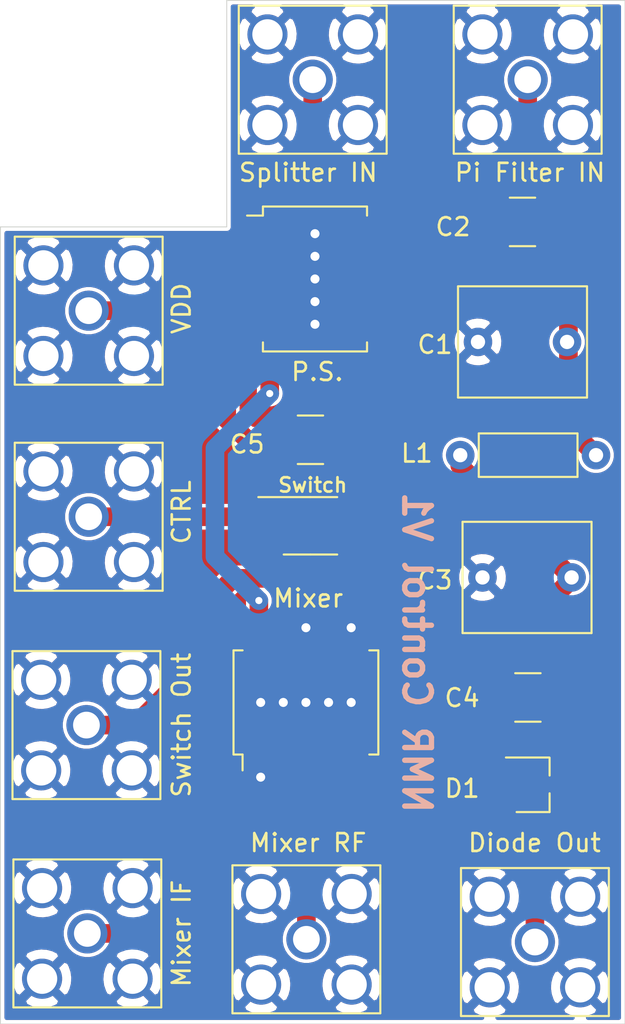
<source format=kicad_pcb>
(kicad_pcb (version 20171130) (host pcbnew "(5.1.7)-1")
  (layers (0 F.Cu signal hide) (31 B.Cu signal hide) (34 B.Paste user) (35 F.Paste user) (36 B.SilkS user) (37 F.SilkS user) (38 B.Mask user) (39 F.Mask user) (44 Edge.Cuts user))
  (net 0 "")
  (net 1 "Net-(C1-Pad1)")
  (net 2 GND)
  (net 3 "Net-(C3-Pad1)")
  (net 4 "Net-(J1-Pad1)")
  (net 5 "Net-(J2-Pad1)")
  (net 6 "Net-(J3-Pad1)")
  (net 7 "Net-(J5-Pad1)")
  (net 8 "Net-(J6-Pad1)")
  (net 9 "Net-(U1-Pad2)")
  (net 10 "Net-(U1-Pad3)")
  (net 11 "Net-(U1-Pad4)")
  (net 12 "Net-(U1-Pad5)")
  (net 13 "Net-(C5-Pad1)")
  (module RF_Mini-Circuits:Mini-Circuits_CD542_LandPatternPL-052 (layer F.Cu) (at 100.965 102.87 90)
    (fp_text reference Mixer (at 5.842 0.127 180) (layer F.SilkS))
    (fp_text value ADE-6)
    (fp_line (start 2.921 -3.556) (end 2.921 -4.064) (layer F.SilkS) (width 0.12))
    (fp_line (start 2.921 -4.064) (end -2.921 -4.064) (layer F.SilkS) (width 0.12))
    (fp_line (start -2.921 -4.064) (end -2.921 -3.556) (layer F.SilkS) (width 0.12))
    (fp_line (start -2.921 -3.556) (end -3.81 -3.556) (layer F.SilkS) (width 0.12))
    (fp_line (start -2.921 3.556) (end -2.921 4.064) (layer F.SilkS) (width 0.12))
    (fp_line (start -2.921 4.064) (end 2.921 4.064) (layer F.SilkS) (width 0.12))
    (fp_line (start 2.921 4.064) (end 2.921 3.556) (layer F.SilkS) (width 0.12))
    (pad 1 smd rect (at 0 0 90) (size 1.27 6.731) (layers F.Cu) (net 2 GND))
    (pad 1 thru_hole circle (at 0 2.54 90) (size 1.016 1.016) (drill 0.508) (layers *.Cu) (net 2 GND))
    (pad 1 thru_hole circle (at 0 1.27 90) (size 1.016 1.016) (drill 0.508) (layers *.Cu) (net 2 GND))
    (pad 1 thru_hole circle (at 0 0 90) (size 1.016 1.016) (drill 0.508) (layers *.Cu) (net 2 GND))
    (pad 1 thru_hole circle (at 0 -1.27 90) (size 1.016 1.016) (drill 0.508) (layers *.Cu) (net 2 GND))
    (pad 1 thru_hole circle (at 0 -2.54 90) (size 1.016 1.016) (drill 0.508) (layers *.Cu) (net 2 GND))
    (pad 1 smd rect (at -2.032 -2.54 90) (size 5.334 1.651) (layers F.Cu) (net 2 GND))
    (pad 4 thru_hole circle (at 4.191 2.54 90) (size 1.016 1.016) (drill 0.508) (layers *.Cu) (net 2 GND))
    (pad 5 thru_hole circle (at 4.191 0 90) (size 1.016 1.016) (drill 0.508) (layers *.Cu) (net 2 GND))
    (pad 1 thru_hole circle (at -4.191 -2.54 90) (size 1.016 1.016) (drill 0.508) (layers *.Cu) (net 2 GND))
    (pad 4 smd rect (at 2.54 2.54 90) (size 2.54 1.651) (layers F.Cu F.Paste F.Mask) (net 2 GND))
    (pad 5 smd rect (at 2.54 0 90) (size 2.54 1.651) (layers F.Cu F.Paste F.Mask) (net 2 GND))
    (pad 6 smd rect (at 2.54 -2.54 90) (size 2.54 1.651) (layers F.Cu F.Paste F.Mask) (net 10 "Net-(U1-Pad3)") (clearance 0.635))
    (pad 3 smd rect (at -2.54 2.54 90) (size 2.54 1.651) (layers F.Cu F.Paste F.Mask) (net 6 "Net-(J3-Pad1)") (clearance 0.635))
    (pad 2 smd rect (at -2.54 0 90) (size 2.54 1.651) (layers F.Cu F.Paste F.Mask) (net 7 "Net-(J5-Pad1)") (clearance 0.635))
    (pad 1 smd rect (at -2.54 -2.54 90) (size 2.54 1.651) (layers F.Cu F.Paste F.Mask) (net 2 GND))
    (pad 4 smd rect (at 2.032 1.27 90) (size 5.334 4.191) (layers F.Cu) (net 2 GND))
  )
  (module Capacitor_SMD:C_1210_3225Metric_Pad1.33x2.70mm_HandSolder (layer F.Cu) (at 101.219 88.138)
    (fp_text reference C5 (at -3.556 0.254) (layer F.SilkS))
    (fp_text value C)
    (fp_line (start -0.711252 -1.36) (end 0.711252 -1.36) (layer F.SilkS) (width 0.12))
    (fp_line (start -0.711252 1.36) (end 0.711252 1.36) (layer F.SilkS) (width 0.12))
    (pad 2 smd roundrect (at 1.5625 0) (size 1.325 2.7) (layers F.Cu F.Paste F.Mask) (roundrect_rratio 0.188679) (net 2 GND))
    (pad 1 smd roundrect (at -1.5625 0) (size 1.325 2.7) (layers F.Cu F.Paste F.Mask) (roundrect_rratio 0.188679) (net 13 "Net-(C5-Pad1)"))
  )
  (module Capacitor_THT:C_Rect_L7.0mm_W6.0mm_P5.00mm (layer F.Cu) (at 115.6208 82.6516 180)
    (fp_text reference C1 (at 7.4168 -0.1524) (layer F.SilkS))
    (fp_text value CTRIM)
    (fp_line (start -1.12 -3.12) (end 6.12 -3.12) (layer F.SilkS) (width 0.12))
    (fp_line (start -1.12 3.12) (end 6.12 3.12) (layer F.SilkS) (width 0.12))
    (fp_line (start -1.12 -3.12) (end -1.12 3.12) (layer F.SilkS) (width 0.12))
    (fp_line (start 6.12 -3.12) (end 6.12 3.12) (layer F.SilkS) (width 0.12))
    (pad 1 thru_hole circle (at 0 0 180) (size 1.6 1.6) (drill 0.8) (layers *.Cu *.Mask) (net 1 "Net-(C1-Pad1)"))
    (pad 2 thru_hole circle (at 5 0 180) (size 1.6 1.6) (drill 0.8) (layers *.Cu *.Mask) (net 2 GND))
  )
  (module Capacitor_SMD:C_1210_3225Metric_Pad1.33x2.70mm_HandSolder (layer F.Cu) (at 113.1193 75.9206 180)
    (fp_text reference C2 (at 3.8993 -0.2794) (layer F.SilkS))
    (fp_text value C)
    (fp_line (start -0.711252 1.36) (end 0.711252 1.36) (layer F.SilkS) (width 0.12))
    (fp_line (start -0.711252 -1.36) (end 0.711252 -1.36) (layer F.SilkS) (width 0.12))
    (pad 2 smd roundrect (at 1.5625 0 180) (size 1.325 2.7) (layers F.Cu F.Paste F.Mask) (roundrect_rratio 0.188679) (net 2 GND))
    (pad 1 smd roundrect (at -1.5625 0 180) (size 1.325 2.7) (layers F.Cu F.Paste F.Mask) (roundrect_rratio 0.188679) (net 1 "Net-(C1-Pad1)"))
  )
  (module Capacitor_THT:C_Rect_L7.0mm_W6.0mm_P5.00mm (layer F.Cu) (at 115.8748 95.8596 180)
    (fp_text reference C3 (at 7.6708 -0.1524) (layer F.SilkS))
    (fp_text value CTRIM)
    (fp_line (start 6.12 -3.12) (end 6.12 3.12) (layer F.SilkS) (width 0.12))
    (fp_line (start -1.12 -3.12) (end -1.12 3.12) (layer F.SilkS) (width 0.12))
    (fp_line (start -1.12 3.12) (end 6.12 3.12) (layer F.SilkS) (width 0.12))
    (fp_line (start -1.12 -3.12) (end 6.12 -3.12) (layer F.SilkS) (width 0.12))
    (pad 2 thru_hole circle (at 5 0 180) (size 1.6 1.6) (drill 0.8) (layers *.Cu *.Mask) (net 2 GND))
    (pad 1 thru_hole circle (at 0 0 180) (size 1.6 1.6) (drill 0.8) (layers *.Cu *.Mask) (net 3 "Net-(C3-Pad1)"))
  )
  (module Capacitor_SMD:C_1210_3225Metric_Pad1.33x2.70mm_HandSolder (layer F.Cu) (at 113.4233 102.5906 180)
    (fp_text reference C4 (at 3.6953 -0.0254) (layer F.SilkS))
    (fp_text value C)
    (fp_line (start -0.711252 -1.36) (end 0.711252 -1.36) (layer F.SilkS) (width 0.12))
    (fp_line (start -0.711252 1.36) (end 0.711252 1.36) (layer F.SilkS) (width 0.12))
    (pad 1 smd roundrect (at -1.5625 0 180) (size 1.325 2.7) (layers F.Cu F.Paste F.Mask) (roundrect_rratio 0.188679) (net 3 "Net-(C3-Pad1)"))
    (pad 2 smd roundrect (at 1.5625 0 180) (size 1.325 2.7) (layers F.Cu F.Paste F.Mask) (roundrect_rratio 0.188679) (net 2 GND))
  )
  (module Package_TO_SOT_SMD:TSOT-23_HandSoldering (layer F.Cu) (at 113.6904 107.4674)
    (fp_text reference D1 (at -3.9624 0.2286) (layer F.SilkS))
    (fp_text value D_Schottky_x2_Serial_AKC)
    (fp_line (start 0.95 0.5) (end 0.95 1.55) (layer F.SilkS) (width 0.12))
    (fp_line (start 0.95 1.55) (end -0.9 1.55) (layer F.SilkS) (width 0.12))
    (fp_line (start 0.95 -1.5) (end 0.95 -0.5) (layer F.SilkS) (width 0.12))
    (fp_line (start 0.93 -1.51) (end -1.5 -1.51) (layer F.SilkS) (width 0.12))
    (pad 1 smd rect (at -1.71 -0.95) (size 2 0.65) (layers F.Cu F.Paste F.Mask) (net 2 GND))
    (pad 2 smd rect (at -1.71 0.95) (size 2 0.65) (layers F.Cu F.Paste F.Mask) (net 2 GND))
    (pad 3 smd rect (at 1.71 0) (size 2 0.65) (layers F.Cu F.Paste F.Mask) (net 3 "Net-(C3-Pad1)"))
  )
  (module Connector_Coaxial:SMA_Amphenol_132203-12_Horizontal (layer F.Cu) (at 101.346 67.945)
    (fp_text reference "Splitter IN" (at -0.254 5.207 180) (layer F.SilkS))
    (fp_text value Conn_Coaxial)
    (fp_line (start -4.15 -4.15) (end 4.15 -4.15) (layer F.SilkS) (width 0.12))
    (fp_line (start -4.15 4.15) (end 4.15 4.15) (layer F.SilkS) (width 0.12))
    (fp_line (start 4.15 -4.15) (end 4.15 4.15) (layer F.SilkS) (width 0.12))
    (fp_line (start -4.15 -4.15) (end -4.15 4.15) (layer F.SilkS) (width 0.12))
    (pad 2 thru_hole circle (at -2.54 2.54) (size 2.25 2.25) (drill 1.7) (layers *.Cu *.Mask) (net 2 GND))
    (pad 2 thru_hole circle (at -2.54 -2.54) (size 2.25 2.25) (drill 1.7) (layers *.Cu *.Mask) (net 2 GND))
    (pad 2 thru_hole circle (at 2.54 -2.54) (size 2.25 2.25) (drill 1.7) (layers *.Cu *.Mask) (net 2 GND))
    (pad 2 thru_hole circle (at 2.54 2.54 90) (size 2.25 2.25) (drill 1.7) (layers *.Cu *.Mask) (net 2 GND))
    (pad 1 thru_hole circle (at 0 0) (size 2.25 2.25) (drill 1.5) (layers *.Cu *.Mask) (net 4 "Net-(J1-Pad1)"))
  )
  (module Connector_Coaxial:SMA_Amphenol_132203-12_Horizontal (layer F.Cu) (at 88.773 92.456 90)
    (fp_text reference CTRL (at 0.254 5.207 -90) (layer F.SilkS))
    (fp_text value Conn_Coaxial)
    (fp_line (start -4.15 -4.15) (end 4.15 -4.15) (layer F.SilkS) (width 0.12))
    (fp_line (start -4.15 4.15) (end 4.15 4.15) (layer F.SilkS) (width 0.12))
    (fp_line (start 4.15 -4.15) (end 4.15 4.15) (layer F.SilkS) (width 0.12))
    (fp_line (start -4.15 -4.15) (end -4.15 4.15) (layer F.SilkS) (width 0.12))
    (pad 2 thru_hole circle (at -2.54 2.54 90) (size 2.25 2.25) (drill 1.7) (layers *.Cu *.Mask) (net 2 GND))
    (pad 2 thru_hole circle (at -2.54 -2.54 90) (size 2.25 2.25) (drill 1.7) (layers *.Cu *.Mask) (net 2 GND))
    (pad 2 thru_hole circle (at 2.54 -2.54 90) (size 2.25 2.25) (drill 1.7) (layers *.Cu *.Mask) (net 2 GND))
    (pad 2 thru_hole circle (at 2.54 2.54 180) (size 2.25 2.25) (drill 1.7) (layers *.Cu *.Mask) (net 2 GND))
    (pad 1 thru_hole circle (at 0 0 90) (size 2.25 2.25) (drill 1.5) (layers *.Cu *.Mask) (net 5 "Net-(J2-Pad1)"))
  )
  (module Connector_Coaxial:SMA_Amphenol_132203-12_Horizontal (layer F.Cu) (at 100.9904 116.1542 180)
    (fp_text reference "Mixer RF" (at -0.1016 5.4102 180) (layer F.SilkS))
    (fp_text value Conn_Coaxial)
    (fp_line (start -4.15 -4.15) (end -4.15 4.15) (layer F.SilkS) (width 0.12))
    (fp_line (start 4.15 -4.15) (end 4.15 4.15) (layer F.SilkS) (width 0.12))
    (fp_line (start -4.15 4.15) (end 4.15 4.15) (layer F.SilkS) (width 0.12))
    (fp_line (start -4.15 -4.15) (end 4.15 -4.15) (layer F.SilkS) (width 0.12))
    (pad 1 thru_hole circle (at 0 0 180) (size 2.25 2.25) (drill 1.5) (layers *.Cu *.Mask) (net 6 "Net-(J3-Pad1)"))
    (pad 2 thru_hole circle (at 2.54 2.54 270) (size 2.25 2.25) (drill 1.7) (layers *.Cu *.Mask) (net 2 GND))
    (pad 2 thru_hole circle (at 2.54 -2.54 180) (size 2.25 2.25) (drill 1.7) (layers *.Cu *.Mask) (net 2 GND))
    (pad 2 thru_hole circle (at -2.54 -2.54 180) (size 2.25 2.25) (drill 1.7) (layers *.Cu *.Mask) (net 2 GND))
    (pad 2 thru_hole circle (at -2.54 2.54 180) (size 2.25 2.25) (drill 1.7) (layers *.Cu *.Mask) (net 2 GND))
  )
  (module Connector_Coaxial:SMA_Amphenol_132203-12_Horizontal (layer F.Cu) (at 88.773 80.899 90)
    (fp_text reference VDD (at 0.127 5.207 -90) (layer F.SilkS))
    (fp_text value Conn_Coaxial)
    (fp_line (start -4.15 -4.15) (end -4.15 4.15) (layer F.SilkS) (width 0.12))
    (fp_line (start 4.15 -4.15) (end 4.15 4.15) (layer F.SilkS) (width 0.12))
    (fp_line (start -4.15 4.15) (end 4.15 4.15) (layer F.SilkS) (width 0.12))
    (fp_line (start -4.15 -4.15) (end 4.15 -4.15) (layer F.SilkS) (width 0.12))
    (pad 1 thru_hole circle (at 0 0 90) (size 2.25 2.25) (drill 1.5) (layers *.Cu *.Mask) (net 13 "Net-(C5-Pad1)"))
    (pad 2 thru_hole circle (at 2.54 2.54 180) (size 2.25 2.25) (drill 1.7) (layers *.Cu *.Mask) (net 2 GND))
    (pad 2 thru_hole circle (at 2.54 -2.54 90) (size 2.25 2.25) (drill 1.7) (layers *.Cu *.Mask) (net 2 GND))
    (pad 2 thru_hole circle (at -2.54 -2.54 90) (size 2.25 2.25) (drill 1.7) (layers *.Cu *.Mask) (net 2 GND))
    (pad 2 thru_hole circle (at -2.54 2.54 90) (size 2.25 2.25) (drill 1.7) (layers *.Cu *.Mask) (net 2 GND))
  )
  (module Connector_Coaxial:SMA_Amphenol_132203-12_Horizontal (layer F.Cu) (at 88.6968 115.824 90)
    (fp_text reference "Mixer IF" (at 0 5.2832 -90) (layer F.SilkS))
    (fp_text value Conn_Coaxial)
    (fp_line (start -4.15 -4.15) (end -4.15 4.15) (layer F.SilkS) (width 0.12))
    (fp_line (start 4.15 -4.15) (end 4.15 4.15) (layer F.SilkS) (width 0.12))
    (fp_line (start -4.15 4.15) (end 4.15 4.15) (layer F.SilkS) (width 0.12))
    (fp_line (start -4.15 -4.15) (end 4.15 -4.15) (layer F.SilkS) (width 0.12))
    (pad 1 thru_hole circle (at 0 0 90) (size 2.25 2.25) (drill 1.5) (layers *.Cu *.Mask) (net 7 "Net-(J5-Pad1)"))
    (pad 2 thru_hole circle (at 2.54 2.54 180) (size 2.25 2.25) (drill 1.7) (layers *.Cu *.Mask) (net 2 GND))
    (pad 2 thru_hole circle (at 2.54 -2.54 90) (size 2.25 2.25) (drill 1.7) (layers *.Cu *.Mask) (net 2 GND))
    (pad 2 thru_hole circle (at -2.54 -2.54 90) (size 2.25 2.25) (drill 1.7) (layers *.Cu *.Mask) (net 2 GND))
    (pad 2 thru_hole circle (at -2.54 2.54 90) (size 2.25 2.25) (drill 1.7) (layers *.Cu *.Mask) (net 2 GND))
  )
  (module Connector_Coaxial:SMA_Amphenol_132203-12_Horizontal (layer F.Cu) (at 88.646 104.14 90)
    (fp_text reference "Switch Out" (at 0 5.334 -90) (layer F.SilkS))
    (fp_text value Conn_Coaxial)
    (fp_line (start -4.15 -4.15) (end 4.15 -4.15) (layer F.SilkS) (width 0.12))
    (fp_line (start -4.15 4.15) (end 4.15 4.15) (layer F.SilkS) (width 0.12))
    (fp_line (start 4.15 -4.15) (end 4.15 4.15) (layer F.SilkS) (width 0.12))
    (fp_line (start -4.15 -4.15) (end -4.15 4.15) (layer F.SilkS) (width 0.12))
    (pad 2 thru_hole circle (at -2.54 2.54 90) (size 2.25 2.25) (drill 1.7) (layers *.Cu *.Mask) (net 2 GND))
    (pad 2 thru_hole circle (at -2.54 -2.54 90) (size 2.25 2.25) (drill 1.7) (layers *.Cu *.Mask) (net 2 GND))
    (pad 2 thru_hole circle (at 2.54 -2.54 90) (size 2.25 2.25) (drill 1.7) (layers *.Cu *.Mask) (net 2 GND))
    (pad 2 thru_hole circle (at 2.54 2.54 180) (size 2.25 2.25) (drill 1.7) (layers *.Cu *.Mask) (net 2 GND))
    (pad 1 thru_hole circle (at 0 0 90) (size 2.25 2.25) (drill 1.5) (layers *.Cu *.Mask) (net 8 "Net-(J6-Pad1)"))
  )
  (module Connector_Coaxial:SMA_Amphenol_132203-12_Horizontal (layer F.Cu) (at 113.411 67.945)
    (fp_text reference "Pi Filter IN" (at 0.127 5.207 -180) (layer F.SilkS))
    (fp_text value Conn_Coaxial)
    (fp_line (start -4.15 -4.15) (end 4.15 -4.15) (layer F.SilkS) (width 0.12))
    (fp_line (start -4.15 4.15) (end 4.15 4.15) (layer F.SilkS) (width 0.12))
    (fp_line (start 4.15 -4.15) (end 4.15 4.15) (layer F.SilkS) (width 0.12))
    (fp_line (start -4.15 -4.15) (end -4.15 4.15) (layer F.SilkS) (width 0.12))
    (pad 2 thru_hole circle (at -2.54 2.54) (size 2.25 2.25) (drill 1.7) (layers *.Cu *.Mask) (net 2 GND))
    (pad 2 thru_hole circle (at -2.54 -2.54) (size 2.25 2.25) (drill 1.7) (layers *.Cu *.Mask) (net 2 GND))
    (pad 2 thru_hole circle (at 2.54 -2.54) (size 2.25 2.25) (drill 1.7) (layers *.Cu *.Mask) (net 2 GND))
    (pad 2 thru_hole circle (at 2.54 2.54 90) (size 2.25 2.25) (drill 1.7) (layers *.Cu *.Mask) (net 2 GND))
    (pad 1 thru_hole circle (at 0 0) (size 2.25 2.25) (drill 1.5) (layers *.Cu *.Mask) (net 1 "Net-(C1-Pad1)"))
  )
  (module Connector_Coaxial:SMA_Amphenol_132203-12_Horizontal (layer F.Cu) (at 113.8174 116.3066 180)
    (fp_text reference "Diode Out" (at 0.0254 5.5626 180) (layer F.SilkS))
    (fp_text value Conn_Coaxial)
    (fp_line (start -4.15 -4.15) (end -4.15 4.15) (layer F.SilkS) (width 0.12))
    (fp_line (start 4.15 -4.15) (end 4.15 4.15) (layer F.SilkS) (width 0.12))
    (fp_line (start -4.15 4.15) (end 4.15 4.15) (layer F.SilkS) (width 0.12))
    (fp_line (start -4.15 -4.15) (end 4.15 -4.15) (layer F.SilkS) (width 0.12))
    (pad 1 thru_hole circle (at 0 0 180) (size 2.25 2.25) (drill 1.5) (layers *.Cu *.Mask) (net 3 "Net-(C3-Pad1)"))
    (pad 2 thru_hole circle (at 2.54 2.54 270) (size 2.25 2.25) (drill 1.7) (layers *.Cu *.Mask) (net 2 GND))
    (pad 2 thru_hole circle (at 2.54 -2.54 180) (size 2.25 2.25) (drill 1.7) (layers *.Cu *.Mask) (net 2 GND))
    (pad 2 thru_hole circle (at -2.54 -2.54 180) (size 2.25 2.25) (drill 1.7) (layers *.Cu *.Mask) (net 2 GND))
    (pad 2 thru_hole circle (at -2.54 2.54 180) (size 2.25 2.25) (drill 1.7) (layers *.Cu *.Mask) (net 2 GND))
  )
  (module Inductor_THT:L_Axial_L5.3mm_D2.2mm_P7.62mm_Horizontal_Vishay_IM-1 (layer F.Cu) (at 117.2464 89.0016 180)
    (fp_text reference L1 (at 10.0584 0.1016) (layer F.SilkS))
    (fp_text value INDUCTOR)
    (fp_line (start 1.04 -1.22) (end 1.04 1.22) (layer F.SilkS) (width 0.12))
    (fp_line (start 1.04 1.22) (end 6.58 1.22) (layer F.SilkS) (width 0.12))
    (fp_line (start 6.58 1.22) (end 6.58 -1.22) (layer F.SilkS) (width 0.12))
    (fp_line (start 6.58 -1.22) (end 1.04 -1.22) (layer F.SilkS) (width 0.12))
    (pad 1 thru_hole circle (at 0 0 180) (size 1.6 1.6) (drill 0.8) (layers *.Cu *.Mask) (net 1 "Net-(C1-Pad1)"))
    (pad 2 thru_hole oval (at 7.62 0 180) (size 1.6 1.6) (drill 0.8) (layers *.Cu *.Mask) (net 3 "Net-(C3-Pad1)"))
  )
  (module RF_Mini-Circuits:Mini-Circuits_CD636_LandPatternPL-035 (layer F.Cu) (at 101.473 79.121)
    (fp_text reference P.S. (at 0.127 5.207) (layer F.SilkS))
    (fp_text value ADP-2-1W)
    (fp_line (start 2.921 -3.556) (end 2.921 -4.064) (layer F.SilkS) (width 0.12))
    (fp_line (start 2.921 -4.064) (end -2.921 -4.064) (layer F.SilkS) (width 0.12))
    (fp_line (start -2.921 -4.064) (end -2.921 -3.556) (layer F.SilkS) (width 0.12))
    (fp_line (start -2.921 -3.556) (end -3.81 -3.556) (layer F.SilkS) (width 0.12))
    (fp_line (start -2.921 3.556) (end -2.921 4.064) (layer F.SilkS) (width 0.12))
    (fp_line (start -2.921 4.064) (end 2.921 4.064) (layer F.SilkS) (width 0.12))
    (fp_line (start 2.921 4.064) (end 2.921 3.556) (layer F.SilkS) (width 0.12))
    (pad 1 smd rect (at -2.54 -2.54 270) (size 1.651 2.54) (layers F.Cu F.Paste F.Mask) (net 4 "Net-(J1-Pad1)") (clearance 0.635))
    (pad 2 smd rect (at -2.54 0 270) (size 1.651 2.54) (layers F.Cu F.Paste F.Mask) (net 9 "Net-(U1-Pad2)") (clearance 0.635))
    (pad 3 smd rect (at -2.54 2.54 270) (size 1.651 2.54) (layers F.Cu F.Paste F.Mask) (net 10 "Net-(U1-Pad3)") (clearance 0.635))
    (pad 4 smd rect (at 2.54 2.54 270) (size 1.651 2.54) (layers F.Cu F.Paste F.Mask) (net 11 "Net-(U1-Pad4)") (clearance 0.635))
    (pad 5 smd rect (at 2.54 0 270) (size 1.651 2.54) (layers F.Cu F.Paste F.Mask) (net 12 "Net-(U1-Pad5)") (clearance 0.635))
    (pad 6 smd rect (at 2.54 -2.54 270) (size 1.651 2.54) (layers F.Cu F.Paste F.Mask) (net 2 GND))
    (pad 6 thru_hole circle (at 0 -2.54 270) (size 1.016 1.016) (drill 0.508) (layers *.Cu) (net 2 GND))
    (pad 6 thru_hole circle (at 0 -1.27 270) (size 1.016 1.016) (drill 0.508) (layers *.Cu) (net 2 GND))
    (pad 6 thru_hole circle (at 0 0 270) (size 1.016 1.016) (drill 0.508) (layers *.Cu) (net 2 GND))
    (pad 6 thru_hole circle (at 0 1.27 270) (size 1.016 1.016) (drill 0.508) (layers *.Cu) (net 2 GND))
    (pad 6 thru_hole circle (at 0 2.54 270) (size 1.016 1.016) (drill 0.508) (layers *.Cu) (net 2 GND))
    (pad 6 smd rect (at 0 0 270) (size 6.731 1.27) (layers F.Cu) (net 2 GND))
    (pad 6 smd rect (at 0.9525 -2.54 270) (size 1.651 0.635) (layers F.Cu) (net 2 GND))
  )
  (module Package_SO:MSOP-8_3x3mm_P0.65mm (layer F.Cu) (at 101.219 92.964)
    (fp_text reference Switch (at 0.127 -2.286) (layer F.SilkS) (effects (font (size 0.8 0.8))))
    (fp_text value ADG901BRMZ)
    (fp_line (start 0 1.61) (end 1.5 1.61) (layer F.SilkS) (width 0.12))
    (fp_line (start 0 1.61) (end -1.5 1.61) (layer F.SilkS) (width 0.12))
    (fp_line (start 0 -1.61) (end 1.5 -1.61) (layer F.SilkS) (width 0.12))
    (fp_line (start 0 -1.61) (end -2.925 -1.61) (layer F.SilkS) (width 0.12))
    (pad 1 smd roundrect (at -2.1125 -0.975) (size 1.625 0.4) (layers F.Cu F.Paste F.Mask) (net 13 "Net-(C5-Pad1)"))
    (pad 2 smd roundrect (at -2.1125 -0.325) (size 1.625 0.4) (layers F.Cu F.Paste F.Mask) (net 5 "Net-(J2-Pad1)"))
    (pad 3 smd roundrect (at -2.1125 0.325) (size 1.625 0.4) (layers F.Cu F.Paste F.Mask) (net 2 GND))
    (pad 4 smd roundrect (at -2.1125 0.975) (size 1.625 0.4) (layers F.Cu F.Paste F.Mask) (net 11 "Net-(U1-Pad4)"))
    (pad 5 smd roundrect (at 2.1125 0.975) (size 1.625 0.4) (layers F.Cu F.Paste F.Mask) (net 2 GND))
    (pad 6 smd roundrect (at 2.1125 0.325) (size 1.625 0.4) (layers F.Cu F.Paste F.Mask) (net 2 GND))
    (pad 7 smd roundrect (at 2.1125 -0.325) (size 1.625 0.4) (layers F.Cu F.Paste F.Mask) (net 2 GND))
    (pad 8 smd roundrect (at 2.1125 -0.975) (size 1.625 0.4) (layers F.Cu F.Paste F.Mask) (net 8 "Net-(J6-Pad1)"))
  )
  (gr_text "NMR Control V1" (at 107.188 100.076 270) (layer B.SilkS) (effects (font (size 1.5 1.5) (thickness 0.3)) (justify mirror)))
  (gr_line (start 83.82 120.904) (end 83.82 76.2) (layer Edge.Cuts) (width 0.05))
  (gr_line (start 118.872 120.904) (end 83.82 120.904) (layer Edge.Cuts) (width 0.05))
  (gr_line (start 118.872 63.5) (end 118.872 120.904) (layer Edge.Cuts) (width 0.05))
  (gr_line (start 118.364 63.5) (end 118.872 63.5) (layer Edge.Cuts) (width 0.05))
  (gr_line (start 96.52 63.5) (end 118.364 63.5) (layer Edge.Cuts) (width 0.05))
  (gr_line (start 96.52 76.2) (end 96.52 63.5) (layer Edge.Cuts) (width 0.05))
  (gr_line (start 83.82 76.2) (end 96.52 76.2) (layer Edge.Cuts) (width 0.05))
  (segment (start 117.2464 89.0016) (end 115.697 87.4522) (width 1.044) (layer F.Cu) (net 1))
  (segment (start 115.697 87.4522) (end 115.697 82.804) (width 1.044) (layer F.Cu) (net 1))
  (segment (start 115.697 82.804) (end 115.697 76.962) (width 1.044) (layer F.Cu) (net 1))
  (segment (start 115.697 76.962) (end 114.808 76.073) (width 1.044) (layer F.Cu) (net 1))
  (segment (start 114.6818 75.9206) (end 114.6818 73.0258) (width 1.044) (layer F.Cu) (net 1))
  (segment (start 114.6818 73.0258) (end 113.411 71.755) (width 1.044) (layer F.Cu) (net 1))
  (segment (start 113.411 71.755) (end 113.411 68.199) (width 1.044) (layer F.Cu) (net 1))
  (segment (start 103.3315 92.639) (end 103.3315 93.2645) (width 0.25) (layer F.Cu) (net 2))
  (segment (start 98.027853 93.289) (end 97.7392 93.577653) (width 0.25) (layer F.Cu) (net 2))
  (segment (start 99.1065 93.289) (end 98.027853 93.289) (width 0.25) (layer F.Cu) (net 2))
  (segment (start 97.7392 93.577653) (end 97.7392 94.2848) (width 0.25) (layer F.Cu) (net 2))
  (segment (start 98.205209 94.750809) (end 102.530991 94.750809) (width 0.25) (layer F.Cu) (net 2))
  (segment (start 97.7392 94.2848) (end 98.205209 94.750809) (width 0.25) (layer F.Cu) (net 2))
  (segment (start 102.530991 94.750809) (end 103.3272 93.9546) (width 0.25) (layer F.Cu) (net 2))
  (segment (start 103.3272 93.9546) (end 103.3272 93.3196) (width 0.25) (layer F.Cu) (net 2))
  (segment (start 113.8174 116.3066) (end 113.8174 111.6076) (width 1.044) (layer F.Cu) (net 3))
  (segment (start 113.8174 111.6076) (end 115.443 109.982) (width 1.044) (layer F.Cu) (net 3))
  (segment (start 115.443 109.982) (end 115.443 107.823) (width 1.044) (layer F.Cu) (net 3))
  (segment (start 115.4004 107.4674) (end 115.4004 105.7484) (width 1.044) (layer F.Cu) (net 3))
  (segment (start 115.4004 105.7484) (end 115.062 105.41) (width 1.044) (layer F.Cu) (net 3))
  (segment (start 115.062 105.41) (end 115.062 103.378) (width 1.044) (layer F.Cu) (net 3))
  (segment (start 114.9858 102.5906) (end 114.9858 96.8502) (width 1.044) (layer F.Cu) (net 3))
  (segment (start 114.9858 96.8502) (end 115.951 95.885) (width 1.044) (layer F.Cu) (net 3))
  (segment (start 115.8748 95.8596) (end 109.601 89.5858) (width 1.044) (layer F.Cu) (net 3))
  (segment (start 109.601 89.5858) (end 109.601 89.281) (width 1.044) (layer F.Cu) (net 3))
  (segment (start 101.346 67.945) (end 101.346 73.914) (width 1.044) (layer F.Cu) (net 4))
  (segment (start 101.346 73.914) (end 99.06 76.2) (width 1.044) (layer F.Cu) (net 4))
  (segment (start 97.4852 92.6338) (end 98.5012 92.6338) (width 0.25) (layer F.Cu) (net 5))
  (segment (start 97.409 92.456) (end 97.536 92.583) (width 1.044) (layer F.Cu) (net 5))
  (segment (start 88.773 92.456) (end 97.409 92.456) (width 1.044) (layer F.Cu) (net 5))
  (segment (start 100.9904 116.1542) (end 100.9904 111.1504) (width 1.044) (layer F.Cu) (net 6))
  (segment (start 100.9904 111.1504) (end 103.505 108.6358) (width 1.044) (layer F.Cu) (net 6))
  (segment (start 103.505 108.6358) (end 103.505 105.918) (width 1.044) (layer F.Cu) (net 6))
  (segment (start 92.295102 115.824) (end 100.965 107.154102) (width 1.044) (layer F.Cu) (net 7))
  (segment (start 88.6968 115.824) (end 92.295102 115.824) (width 1.044) (layer F.Cu) (net 7))
  (segment (start 100.965 107.154102) (end 100.965 105.537) (width 1.044) (layer F.Cu) (net 7))
  (segment (start 91.379562 104.14) (end 95.1738 100.345762) (width 1.044) (layer F.Cu) (net 8))
  (segment (start 88.646 104.14) (end 91.379562 104.14) (width 1.044) (layer F.Cu) (net 8))
  (segment (start 95.1738 100.345762) (end 95.1738 97.6122) (width 1.044) (layer F.Cu) (net 8))
  (segment (start 105.0192 91.989) (end 105.029 91.9988) (width 0.25) (layer F.Cu) (net 8))
  (segment (start 103.3315 91.989) (end 105.0192 91.989) (width 0.25) (layer F.Cu) (net 8))
  (segment (start 96.87501 95.91099) (end 103.73301 95.91099) (width 1.044) (layer F.Cu) (net 8))
  (segment (start 95.1738 97.6122) (end 96.87501 95.91099) (width 1.044) (layer F.Cu) (net 8))
  (segment (start 103.73301 95.91099) (end 104.36801 95.91099) (width 1.044) (layer F.Cu) (net 8))
  (segment (start 104.36801 95.91099) (end 105.283 94.996) (width 1.044) (layer F.Cu) (net 8))
  (segment (start 105.283 94.996) (end 105.283 92.329) (width 1.044) (layer F.Cu) (net 8))
  (segment (start 98.933 81.661) (end 98.933 85.5472) (width 1.044) (layer F.Cu) (net 10))
  (segment (start 98.933 85.5472) (end 98.933 85.5472) (width 1.044) (layer F.Cu) (net 10))
  (via (at 98.933 85.5472) (size 0.8) (drill 0.4) (layers F.Cu B.Cu) (net 10))
  (segment (start 98.933 85.5472) (end 95.8596 88.6206) (width 1.044) (layer B.Cu) (net 10))
  (segment (start 95.8596 88.6206) (end 95.8596 94.6912) (width 1.044) (layer B.Cu) (net 10))
  (segment (start 95.8596 94.6912) (end 98.3234 97.155) (width 1.044) (layer B.Cu) (net 10))
  (segment (start 98.3234 97.155) (end 98.3234 97.155) (width 1.044) (layer B.Cu) (net 10))
  (via (at 98.3234 97.155) (size 0.8) (drill 0.4) (layers F.Cu B.Cu) (net 10))
  (segment (start 98.3234 97.155) (end 98.3234 100.33) (width 1.044) (layer F.Cu) (net 10))
  (segment (start 98.3234 100.33) (end 98.3742 100.3808) (width 1.044) (layer F.Cu) (net 10))
  (segment (start 100.6856 93.9038) (end 99.6696 93.9038) (width 0.25) (layer F.Cu) (net 11))
  (segment (start 104.013 81.661) (end 104.013 85.09) (width 1.044) (layer F.Cu) (net 11))
  (segment (start 104.013 85.09) (end 105.156 86.233) (width 1.044) (layer F.Cu) (net 11))
  (segment (start 105.156 86.233) (end 105.156 88.650632) (width 1.044) (layer F.Cu) (net 11))
  (segment (start 105.156 88.650632) (end 105.156 89.281) (width 1.044) (layer F.Cu) (net 11))
  (segment (start 105.156 89.281) (end 103.886 90.551) (width 1.044) (layer F.Cu) (net 11))
  (segment (start 103.886 90.551) (end 102.108 90.551) (width 1.044) (layer F.Cu) (net 11))
  (segment (start 102.108 90.551) (end 100.965 91.694) (width 1.044) (layer F.Cu) (net 11))
  (segment (start 100.965 91.694) (end 100.965 93.599) (width 1.044) (layer F.Cu) (net 11))
  (segment (start 88.773 80.899) (end 92.329 80.899) (width 1.044) (layer F.Cu) (net 13))
  (segment (start 92.329 80.899) (end 96.52 85.09) (width 1.044) (layer F.Cu) (net 13))
  (segment (start 96.52 85.09) (end 96.52 86.995) (width 1.044) (layer F.Cu) (net 13))
  (segment (start 96.52 86.995) (end 97.663 88.138) (width 1.044) (layer F.Cu) (net 13))
  (segment (start 97.663 88.138) (end 99.568 88.138) (width 1.044) (layer F.Cu) (net 13))
  (segment (start 99.6565 88.138) (end 99.6565 90.9705) (width 1.044) (layer F.Cu) (net 13))
  (segment (start 99.6565 90.9705) (end 99.06 91.567) (width 1.044) (layer F.Cu) (net 13))
  (zone (net 2) (net_name GND) (layer B.Cu) (connect_pads (clearance 0.2)) (min_thickness 0.254) (fill yes (arc_segments 32) (thermal_gap 0.508) (thermal_bridge_width 0.508))
    (polygon (pts (xy 118.872 120.904) (xy 83.82 120.904) (xy 83.82 76.2) (xy 96.52 76.2) (xy 96.52 63.5) (xy 118.872 63.5)))
  )
  (zone (net 2) (net_name GND) (layer F.Cu) (connect_pads (clearance 0.2)) (min_thickness 0.254) (fill yes (arc_segments 32) (thermal_gap 0.508) (thermal_bridge_width 0.508))
    (polygon (pts (xy 118.872 120.904) (xy 83.82 120.904) (xy 83.82 76.2) (xy 96.52 76.2) (xy 96.52 63.5) (xy 118.872 63.5)))
  )
)
</source>
